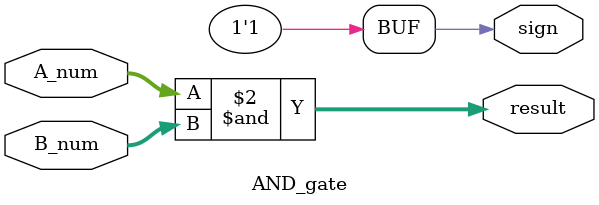
<source format=sv>

module AND_gate #(parameter N = 4)(
	input logic [N-1:0] A_num,
	input logic [N-1:0] B_num,
	//input logic call_AND,
	output logic [N-1:0] result,
	output logic sign);
	
	
	always @(*) begin
	
		result = A_num & B_num; // operación AND
		
		sign = 1'b1;
	
	end
	
	endmodule
</source>
